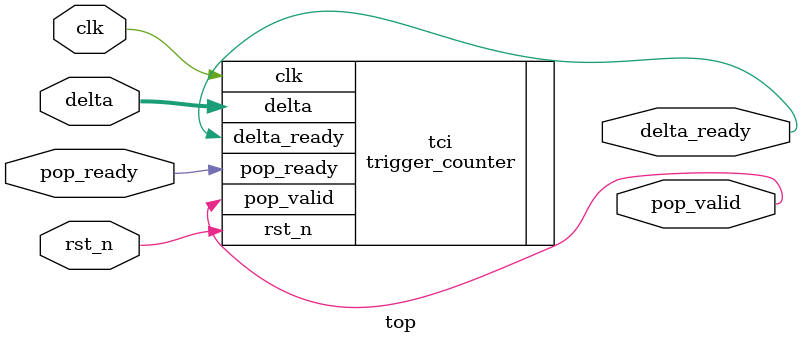
<source format=sv>

module top (
  input logic clk,
  input logic rst_n,
  input logic [7:0] delta,
  output logic delta_ready,
  input logic pop_ready,
  output logic pop_valid
);

trigger_counter #(
  .WIDTH(8)
) tci (
  .clk(clk),
  .rst_n(rst_n),
  .delta(delta),
  .delta_ready(delta_ready),
  .pop_ready(pop_ready),
  .pop_valid(pop_valid)
);

endmodule

</source>
